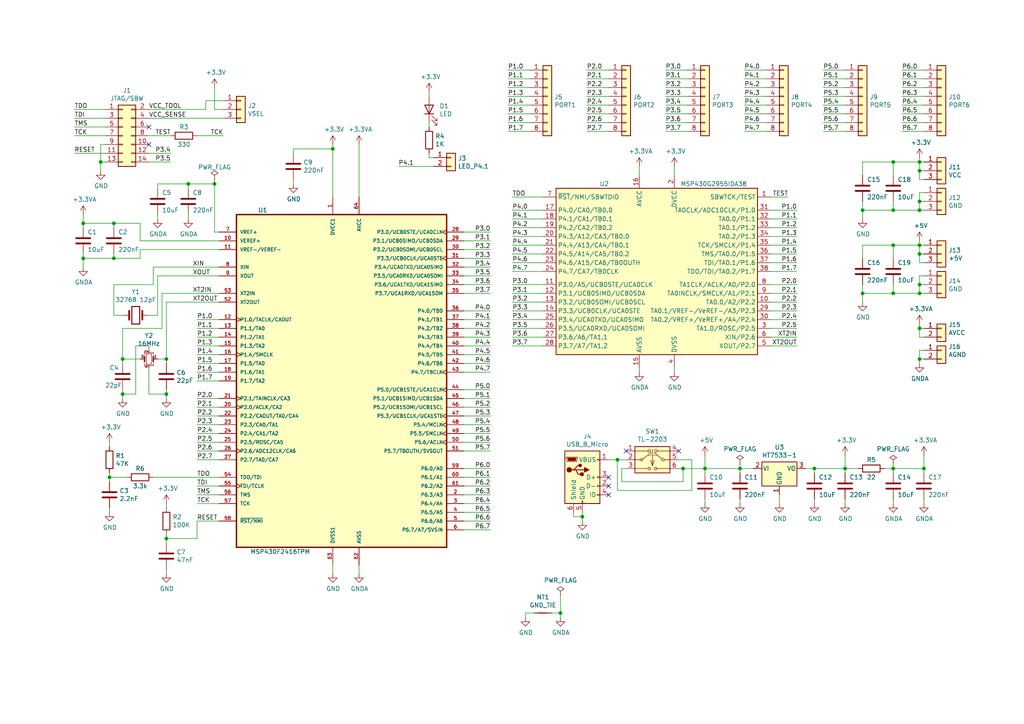
<source format=kicad_sch>
(kicad_sch (version 20211123) (generator eeschema)
  (paper "A4")
  (title_block (title "MSP430 F1611 + G2855 Proto board") (date "2021-08-14") (rev "1.1") (company "Mathias Gruber"))
  (junction (at 198.12 135.89))
  (junction (at 179.07 133.35))
  (junction (at 48.26 156.21))
  (junction (at 31.75 138.43))
  (junction (at 266.7 58.42))
  (junction (at 48.26 114.3))
  (junction (at 259.08 46.99))
  (junction (at 62.23 53.34))
  (junction (at 33.02 74.93))
  (junction (at 236.22 135.89))
  (junction (at 54.61 53.34))
  (junction (at 245.11 135.89))
  (junction (at 266.7 46.99))
  (junction (at 33.02 64.77))
  (junction (at 266.7 104.14))
  (junction (at 250.19 85.09))
  (junction (at 266.7 82.55))
  (junction (at 214.63 135.89))
  (junction (at 29.21 46.99))
  (junction (at 266.7 73.66))
  (junction (at 250.19 60.96))
  (junction (at 266.7 71.12))
  (junction (at 162.56 177.8))
  (junction (at 267.97 135.89))
  (junction (at 24.13 74.93))
  (junction (at 96.52 43.18))
  (junction (at 204.47 135.89))
  (junction (at 35.56 104.14))
  (junction (at 168.91 149.86))
  (junction (at 266.7 85.09))
  (junction (at 48.26 104.14))
  (junction (at 259.08 85.09))
  (junction (at 259.08 135.89))
  (junction (at 259.08 71.12))
  (junction (at 266.7 60.96))
  (junction (at 259.08 60.96))
  (junction (at 24.13 64.77))
  (junction (at 266.7 49.53))
  (junction (at 35.56 114.3))
  (junction (at 266.7 95.25))
  (no_connect (at 43.18 36.83))
  (no_connect (at 176.53 143.51))
  (no_connect (at 43.18 41.91))
  (no_connect (at 181.61 130.81))
  (no_connect (at 176.53 140.97))
  (no_connect (at 196.85 130.81))
  (no_connect (at 176.53 138.43))
  (wire (pts (xy 153.67 25.4) (xy 147.32 25.4)))
  (wire (pts (xy 33.02 66.04) (xy 33.02 64.77)))
  (wire (pts (xy 85.09 43.18) (xy 96.52 43.18)))
  (wire (pts (xy 166.37 149.86) (xy 168.91 149.86)))
  (wire (pts (xy 223.52 76.2) (xy 231.14 76.2)))
  (wire (pts (xy 124.46 36.83) (xy 124.46 35.56)))
  (wire (pts (xy 35.56 104.14) (xy 40.64 104.14)))
  (wire (pts (xy 157.48 90.17) (xy 148.59 90.17)))
  (wire (pts (xy 157.48 60.96) (xy 148.59 60.96)))
  (wire (pts (xy 176.53 20.32) (xy 170.18 20.32)))
  (wire (pts (xy 153.67 35.56) (xy 147.32 35.56)))
  (wire (pts (xy 267.97 73.66) (xy 266.7 73.66)))
  (wire (pts (xy 267.97 101.6) (xy 266.7 101.6)))
  (wire (pts (xy 267.97 71.12) (xy 266.7 71.12)))
  (wire (pts (xy 33.02 64.77) (xy 24.13 64.77)))
  (wire (pts (xy 134.62 146.05) (xy 142.24 146.05)))
  (wire (pts (xy 44.45 77.47) (xy 44.45 82.55)))
  (wire (pts (xy 198.12 135.89) (xy 196.85 135.89)))
  (wire (pts (xy 223.52 90.17) (xy 231.14 90.17)))
  (wire (pts (xy 266.7 95.25) (xy 266.7 97.79)))
  (wire (pts (xy 176.53 35.56) (xy 170.18 35.56)))
  (wire (pts (xy 267.97 85.09) (xy 266.7 85.09)))
  (wire (pts (xy 30.48 46.99) (xy 29.21 46.99)))
  (wire (pts (xy 63.5 97.79) (xy 57.15 97.79)))
  (wire (pts (xy 63.5 110.49) (xy 57.15 110.49)))
  (wire (pts (xy 46.99 85.09) (xy 46.99 95.25)))
  (wire (pts (xy 54.61 53.34) (xy 62.23 53.34)))
  (wire (pts (xy 134.62 115.57) (xy 142.24 115.57)))
  (wire (pts (xy 134.62 151.13) (xy 142.24 151.13)))
  (wire (pts (xy 245.11 33.02) (xy 238.76 33.02)))
  (wire (pts (xy 44.45 77.47) (xy 63.5 77.47)))
  (wire (pts (xy 48.26 87.63) (xy 48.26 104.14)))
  (wire (pts (xy 45.72 53.34) (xy 45.72 54.61)))
  (wire (pts (xy 35.56 91.44) (xy 33.02 91.44)))
  (wire (pts (xy 45.72 80.01) (xy 63.5 80.01)))
  (wire (pts (xy 245.11 144.78) (xy 245.11 146.05)))
  (wire (pts (xy 104.14 41.91) (xy 104.14 57.15)))
  (wire (pts (xy 204.47 135.89) (xy 214.63 135.89)))
  (wire (pts (xy 153.67 20.32) (xy 147.32 20.32)))
  (wire (pts (xy 179.07 133.35) (xy 181.61 133.35)))
  (wire (pts (xy 29.21 46.99) (xy 29.21 49.53)))
  (wire (pts (xy 176.53 25.4) (xy 170.18 25.4)))
  (wire (pts (xy 168.91 148.59) (xy 168.91 149.86)))
  (wire (pts (xy 63.5 107.95) (xy 57.15 107.95)))
  (wire (pts (xy 250.19 85.09) (xy 250.19 82.55)))
  (wire (pts (xy 124.46 44.45) (xy 124.46 45.72)))
  (wire (pts (xy 245.11 38.1) (xy 238.76 38.1)))
  (wire (pts (xy 199.39 30.48) (xy 193.04 30.48)))
  (wire (pts (xy 266.7 46.99) (xy 259.08 46.99)))
  (wire (pts (xy 30.48 36.83) (xy 21.59 36.83)))
  (wire (pts (xy 134.62 130.81) (xy 142.24 130.81)))
  (wire (pts (xy 176.53 27.94) (xy 170.18 27.94)))
  (wire (pts (xy 199.39 22.86) (xy 193.04 22.86)))
  (wire (pts (xy 59.69 29.21) (xy 64.77 29.21)))
  (wire (pts (xy 266.7 46.99) (xy 266.7 49.53)))
  (wire (pts (xy 134.62 74.93) (xy 142.24 74.93)))
  (wire (pts (xy 43.18 34.29) (xy 64.77 34.29)))
  (wire (pts (xy 160.02 177.8) (xy 162.56 177.8)))
  (wire (pts (xy 29.21 41.91) (xy 29.21 46.99)))
  (wire (pts (xy 63.5 123.19) (xy 57.15 123.19)))
  (wire (pts (xy 245.11 35.56) (xy 238.76 35.56)))
  (wire (pts (xy 134.62 148.59) (xy 142.24 148.59)))
  (wire (pts (xy 181.61 135.89) (xy 180.34 135.89)))
  (wire (pts (xy 125.73 45.72) (xy 124.46 45.72)))
  (wire (pts (xy 33.02 74.93) (xy 24.13 74.93)))
  (wire (pts (xy 267.97 46.99) (xy 266.7 46.99)))
  (wire (pts (xy 266.7 73.66) (xy 266.7 76.2)))
  (wire (pts (xy 267.97 30.48) (xy 261.62 30.48)))
  (wire (pts (xy 63.5 69.85) (xy 40.64 69.85)))
  (wire (pts (xy 40.64 69.85) (xy 40.64 64.77)))
  (wire (pts (xy 134.62 69.85) (xy 142.24 69.85)))
  (wire (pts (xy 63.5 143.51) (xy 57.15 143.51)))
  (wire (pts (xy 222.25 25.4) (xy 215.9 25.4)))
  (wire (pts (xy 185.42 50.8) (xy 185.42 48.26)))
  (wire (pts (xy 134.62 80.01) (xy 142.24 80.01)))
  (wire (pts (xy 256.54 135.89) (xy 259.08 135.89)))
  (wire (pts (xy 63.5 128.27) (xy 57.15 128.27)))
  (wire (pts (xy 223.52 97.79) (xy 231.14 97.79)))
  (wire (pts (xy 266.7 60.96) (xy 259.08 60.96)))
  (wire (pts (xy 259.08 50.8) (xy 259.08 46.99)))
  (wire (pts (xy 267.97 95.25) (xy 266.7 95.25)))
  (wire (pts (xy 236.22 144.78) (xy 236.22 146.05)))
  (wire (pts (xy 267.97 55.88) (xy 266.7 55.88)))
  (wire (pts (xy 43.18 39.37) (xy 49.53 39.37)))
  (wire (pts (xy 222.25 20.32) (xy 215.9 20.32)))
  (wire (pts (xy 153.67 38.1) (xy 147.32 38.1)))
  (wire (pts (xy 157.48 85.09) (xy 148.59 85.09)))
  (wire (pts (xy 259.08 144.78) (xy 259.08 146.05)))
  (wire (pts (xy 40.64 64.77) (xy 33.02 64.77)))
  (wire (pts (xy 134.62 135.89) (xy 142.24 135.89)))
  (wire (pts (xy 48.26 156.21) (xy 48.26 157.48)))
  (wire (pts (xy 267.97 49.53) (xy 266.7 49.53)))
  (wire (pts (xy 223.52 71.12) (xy 231.14 71.12)))
  (wire (pts (xy 134.62 120.65) (xy 142.24 120.65)))
  (wire (pts (xy 267.97 80.01) (xy 266.7 80.01)))
  (wire (pts (xy 259.08 135.89) (xy 267.97 135.89)))
  (wire (pts (xy 62.23 31.75) (xy 62.23 25.4)))
  (wire (pts (xy 267.97 60.96) (xy 266.7 60.96)))
  (wire (pts (xy 134.62 82.55) (xy 142.24 82.55)))
  (wire (pts (xy 31.75 148.59) (xy 31.75 147.32)))
  (wire (pts (xy 157.48 57.15) (xy 148.59 57.15)))
  (wire (pts (xy 54.61 62.23) (xy 54.61 63.5)))
  (wire (pts (xy 245.11 20.32) (xy 238.76 20.32)))
  (wire (pts (xy 199.39 25.4) (xy 193.04 25.4)))
  (wire (pts (xy 267.97 20.32) (xy 261.62 20.32)))
  (wire (pts (xy 24.13 64.77) (xy 24.13 66.04)))
  (wire (pts (xy 63.5 105.41) (xy 57.15 105.41)))
  (wire (pts (xy 134.62 67.31) (xy 142.24 67.31)))
  (wire (pts (xy 45.72 104.14) (xy 48.26 104.14)))
  (wire (pts (xy 157.48 63.5) (xy 148.59 63.5)))
  (wire (pts (xy 199.39 33.02) (xy 193.04 33.02)))
  (wire (pts (xy 134.62 123.19) (xy 142.24 123.19)))
  (wire (pts (xy 214.63 135.89) (xy 214.63 134.62)))
  (wire (pts (xy 223.52 92.71) (xy 231.14 92.71)))
  (wire (pts (xy 134.62 153.67) (xy 142.24 153.67)))
  (wire (pts (xy 267.97 33.02) (xy 261.62 33.02)))
  (wire (pts (xy 30.48 31.75) (xy 21.59 31.75)))
  (wire (pts (xy 48.26 154.94) (xy 48.26 156.21)))
  (wire (pts (xy 24.13 62.23) (xy 24.13 64.77)))
  (wire (pts (xy 267.97 58.42) (xy 266.7 58.42)))
  (wire (pts (xy 43.18 100.33) (xy 43.18 101.6)))
  (wire (pts (xy 157.48 73.66) (xy 148.59 73.66)))
  (wire (pts (xy 199.39 35.56) (xy 193.04 35.56)))
  (wire (pts (xy 259.08 71.12) (xy 250.19 71.12)))
  (wire (pts (xy 59.69 29.21) (xy 59.69 31.75)))
  (wire (pts (xy 63.5 87.63) (xy 48.26 87.63)))
  (wire (pts (xy 63.5 100.33) (xy 57.15 100.33)))
  (wire (pts (xy 63.5 72.39) (xy 40.64 72.39)))
  (wire (pts (xy 124.46 27.94) (xy 124.46 26.67)))
  (wire (pts (xy 63.5 115.57) (xy 57.15 115.57)))
  (wire (pts (xy 214.63 135.89) (xy 218.44 135.89)))
  (wire (pts (xy 266.7 97.79) (xy 267.97 97.79)))
  (wire (pts (xy 62.23 52.07) (xy 62.23 53.34)))
  (wire (pts (xy 266.7 58.42) (xy 266.7 60.96)))
  (wire (pts (xy 214.63 144.78) (xy 214.63 146.05)))
  (wire (pts (xy 267.97 25.4) (xy 261.62 25.4)))
  (wire (pts (xy 199.39 38.1) (xy 193.04 38.1)))
  (wire (pts (xy 44.45 138.43) (xy 63.5 138.43)))
  (wire (pts (xy 134.62 105.41) (xy 142.24 105.41)))
  (wire (pts (xy 204.47 132.08) (xy 204.47 135.89)))
  (wire (pts (xy 43.18 44.45) (xy 49.53 44.45)))
  (wire (pts (xy 63.5 85.09) (xy 46.99 85.09)))
  (wire (pts (xy 222.25 27.94) (xy 215.9 27.94)))
  (wire (pts (xy 196.85 133.35) (xy 200.66 133.35)))
  (wire (pts (xy 63.5 130.81) (xy 57.15 130.81)))
  (wire (pts (xy 48.26 147.32) (xy 48.26 146.05)))
  (wire (pts (xy 266.7 71.12) (xy 259.08 71.12)))
  (wire (pts (xy 223.52 100.33) (xy 231.14 100.33)))
  (wire (pts (xy 30.48 41.91) (xy 29.21 41.91)))
  (wire (pts (xy 185.42 106.68) (xy 185.42 107.95)))
  (wire (pts (xy 266.7 71.12) (xy 266.7 73.66)))
  (wire (pts (xy 31.75 129.54) (xy 31.75 128.27)))
  (wire (pts (xy 259.08 137.16) (xy 259.08 135.89)))
  (wire (pts (xy 85.09 44.45) (xy 85.09 43.18)))
  (wire (pts (xy 223.52 60.96) (xy 231.14 60.96)))
  (wire (pts (xy 267.97 35.56) (xy 261.62 35.56)))
  (wire (pts (xy 57.15 39.37) (xy 64.77 39.37)))
  (wire (pts (xy 222.25 33.02) (xy 215.9 33.02)))
  (wire (pts (xy 168.91 149.86) (xy 168.91 151.13)))
  (wire (pts (xy 157.48 71.12) (xy 148.59 71.12)))
  (wire (pts (xy 180.34 139.7) (xy 198.12 139.7)))
  (wire (pts (xy 35.56 95.25) (xy 35.56 104.14)))
  (wire (pts (xy 259.08 85.09) (xy 250.19 85.09)))
  (wire (pts (xy 153.67 27.94) (xy 147.32 27.94)))
  (wire (pts (xy 134.62 77.47) (xy 142.24 77.47)))
  (wire (pts (xy 134.62 107.95) (xy 142.24 107.95)))
  (wire (pts (xy 64.77 31.75) (xy 62.23 31.75)))
  (wire (pts (xy 223.52 78.74) (xy 231.14 78.74)))
  (wire (pts (xy 162.56 179.07) (xy 162.56 177.8)))
  (wire (pts (xy 62.23 67.31) (xy 63.5 67.31)))
  (wire (pts (xy 157.48 78.74) (xy 148.59 78.74)))
  (wire (pts (xy 250.19 60.96) (xy 250.19 58.42)))
  (wire (pts (xy 200.66 133.35) (xy 200.66 142.24)))
  (wire (pts (xy 223.52 85.09) (xy 231.14 85.09)))
  (wire (pts (xy 222.25 38.1) (xy 215.9 38.1)))
  (wire (pts (xy 31.75 138.43) (xy 36.83 138.43)))
  (wire (pts (xy 267.97 38.1) (xy 261.62 38.1)))
  (wire (pts (xy 157.48 87.63) (xy 148.59 87.63)))
  (wire (pts (xy 157.48 100.33) (xy 148.59 100.33)))
  (wire (pts (xy 259.08 82.55) (xy 259.08 85.09)))
  (wire (pts (xy 63.5 146.05) (xy 57.15 146.05)))
  (wire (pts (xy 204.47 137.16) (xy 204.47 135.89)))
  (wire (pts (xy 176.53 133.35) (xy 179.07 133.35)))
  (wire (pts (xy 259.08 135.89) (xy 259.08 134.62)))
  (wire (pts (xy 63.5 133.35) (xy 57.15 133.35)))
  (wire (pts (xy 223.52 66.04) (xy 231.14 66.04)))
  (wire (pts (xy 223.52 82.55) (xy 231.14 82.55)))
  (wire (pts (xy 44.45 82.55) (xy 33.02 82.55)))
  (wire (pts (xy 96.52 57.15) (xy 96.52 43.18)))
  (wire (pts (xy 134.62 102.87) (xy 142.24 102.87)))
  (wire (pts (xy 199.39 27.94) (xy 193.04 27.94)))
  (wire (pts (xy 35.56 113.03) (xy 35.56 114.3)))
  (wire (pts (xy 266.7 82.55) (xy 266.7 85.09)))
  (wire (pts (xy 204.47 144.78) (xy 204.47 146.05)))
  (wire (pts (xy 134.62 143.51) (xy 142.24 143.51)))
  (wire (pts (xy 226.06 143.51) (xy 226.06 146.05)))
  (wire (pts (xy 236.22 135.89) (xy 245.11 135.89)))
  (wire (pts (xy 267.97 27.94) (xy 261.62 27.94)))
  (wire (pts (xy 134.62 97.79) (xy 142.24 97.79)))
  (wire (pts (xy 176.53 22.86) (xy 170.18 22.86)))
  (wire (pts (xy 266.7 45.72) (xy 266.7 46.99)))
  (wire (pts (xy 62.23 53.34) (xy 62.23 67.31)))
  (wire (pts (xy 266.7 69.85) (xy 266.7 71.12)))
  (wire (pts (xy 245.11 135.89) (xy 245.11 137.16)))
  (wire (pts (xy 259.08 74.93) (xy 259.08 71.12)))
  (wire (pts (xy 134.62 118.11) (xy 142.24 118.11)))
  (wire (pts (xy 259.08 58.42) (xy 259.08 60.96)))
  (wire (pts (xy 266.7 85.09) (xy 259.08 85.09)))
  (wire (pts (xy 266.7 93.98) (xy 266.7 95.25)))
  (wire (pts (xy 54.61 53.34) (xy 45.72 53.34)))
  (wire (pts (xy 39.37 100.33) (xy 39.37 114.3)))
  (wire (pts (xy 63.5 92.71) (xy 57.15 92.71)))
  (wire (pts (xy 266.7 80.01) (xy 266.7 82.55)))
  (wire (pts (xy 57.15 118.11) (xy 63.5 118.11)))
  (wire (pts (xy 223.52 95.25) (xy 231.14 95.25)))
  (wire (pts (xy 63.5 102.87) (xy 57.15 102.87)))
  (wire (pts (xy 176.53 33.02) (xy 170.18 33.02)))
  (wire (pts (xy 63.5 125.73) (xy 57.15 125.73)))
  (wire (pts (xy 157.48 76.2) (xy 148.59 76.2)))
  (wire (pts (xy 134.62 92.71) (xy 142.24 92.71)))
  (wire (pts (xy 104.14 163.83) (xy 104.14 166.37)))
  (wire (pts (xy 40.64 74.93) (xy 33.02 74.93)))
  (wire (pts (xy 166.37 148.59) (xy 166.37 149.86)))
  (wire (pts (xy 157.48 97.79) (xy 148.59 97.79)))
  (wire (pts (xy 259.08 46.99) (xy 250.19 46.99)))
  (wire (pts (xy 223.52 87.63) (xy 231.14 87.63)))
  (wire (pts (xy 45.72 80.01) (xy 45.72 91.44)))
  (wire (pts (xy 134.62 138.43) (xy 142.24 138.43)))
  (wire (pts (xy 245.11 22.86) (xy 238.76 22.86)))
  (wire (pts (xy 96.52 43.18) (xy 96.52 41.91)))
  (wire (pts (xy 245.11 27.94) (xy 238.76 27.94)))
  (wire (pts (xy 134.62 125.73) (xy 142.24 125.73)))
  (wire (pts (xy 48.26 114.3) (xy 48.26 115.57)))
  (wire (pts (xy 134.62 85.09) (xy 142.24 85.09)))
  (wire (pts (xy 236.22 137.16) (xy 236.22 135.89)))
  (wire (pts (xy 250.19 71.12) (xy 250.19 74.93)))
  (wire (pts (xy 31.75 138.43) (xy 31.75 139.7)))
  (wire (pts (xy 245.11 30.48) (xy 238.76 30.48)))
  (wire (pts (xy 153.67 22.86) (xy 147.32 22.86)))
  (wire (pts (xy 30.48 34.29) (xy 21.59 34.29)))
  (wire (pts (xy 266.7 76.2) (xy 267.97 76.2)))
  (wire (pts (xy 43.18 46.99) (xy 49.53 46.99)))
  (wire (pts (xy 157.48 92.71) (xy 148.59 92.71)))
  (wire (pts (xy 198.12 135.89) (xy 204.47 135.89)))
  (wire (pts (xy 43.18 106.68) (xy 43.18 114.3)))
  (wire (pts (xy 222.25 35.56) (xy 215.9 35.56)))
  (wire (pts (xy 24.13 77.47) (xy 24.13 74.93)))
  (wire (pts (xy 267.97 132.08) (xy 267.97 135.89)))
  (wire (pts (xy 35.56 114.3) (xy 35.56 115.57)))
  (wire (pts (xy 267.97 146.05) (xy 267.97 144.78)))
  (wire (pts (xy 54.61 54.61) (xy 54.61 53.34)))
  (wire (pts (xy 43.18 114.3) (xy 48.26 114.3)))
  (wire (pts (xy 176.53 38.1) (xy 170.18 38.1)))
  (wire (pts (xy 267.97 104.14) (xy 266.7 104.14)))
  (wire (pts (xy 157.48 68.58) (xy 148.59 68.58)))
  (wire (pts (xy 266.7 55.88) (xy 266.7 58.42)))
  (wire (pts (xy 48.26 113.03) (xy 48.26 114.3)))
  (wire (pts (xy 266.7 101.6) (xy 266.7 104.14)))
  (wire (pts (xy 134.62 100.33) (xy 142.24 100.33)))
  (wire (pts (xy 134.62 113.03) (xy 142.24 113.03)))
  (wire (pts (xy 259.08 60.96) (xy 250.19 60.96)))
  (wire (pts (xy 48.26 165.1) (xy 48.26 166.37)))
  (wire (pts (xy 245.11 25.4) (xy 238.76 25.4)))
  (wire (pts (xy 63.5 120.65) (xy 57.15 120.65)))
  (wire (pts (xy 250.19 46.99) (xy 250.19 50.8)))
  (wire (pts (xy 134.62 128.27) (xy 142.24 128.27)))
  (wire (pts (xy 39.37 114.3) (xy 35.56 114.3)))
  (wire (pts (xy 223.52 68.58) (xy 231.14 68.58)))
  (wire (pts (xy 223.52 57.15) (xy 228.6 57.15)))
  (wire (pts (xy 195.58 50.8) (xy 195.58 48.26)))
  (wire (pts (xy 43.18 31.75) (xy 59.69 31.75)))
  (wire (pts (xy 134.62 90.17) (xy 142.24 90.17)))
  (wire (pts (xy 236.22 135.89) (xy 233.68 135.89)))
  (wire (pts (xy 245.11 135.89) (xy 248.92 135.89)))
  (wire (pts (xy 57.15 156.21) (xy 48.26 156.21)))
  (wire (pts (xy 30.48 39.37) (xy 21.59 39.37)))
  (wire (pts (xy 245.11 135.89) (xy 245.11 132.08)))
  (wire (pts (xy 35.56 104.14) (xy 35.56 105.41)))
  (wire (pts (xy 267.97 135.89) (xy 267.97 137.16)))
  (wire (pts (xy 24.13 74.93) (xy 24.13 73.66)))
  (wire (pts (xy 39.37 100.33) (xy 43.18 100.33)))
  (wire (pts (xy 179.07 133.35) (xy 179.07 142.24)))
  (wire (pts (xy 223.52 63.5) (xy 231.14 63.5)))
  (wire (pts (xy 152.4 177.8) (xy 152.4 179.07)))
  (wire (pts (xy 134.62 95.25) (xy 142.24 95.25)))
  (wire (pts (xy 199.39 20.32) (xy 193.04 20.32)))
  (wire (pts (xy 214.63 137.16) (xy 214.63 135.89)))
  (wire (pts (xy 162.56 177.8) (xy 162.56 172.72)))
  (wire (pts (xy 96.52 163.83) (xy 96.52 166.37)))
  (wire (pts (xy 57.15 151.13) (xy 57.15 156.21)))
  (wire (pts (xy 222.25 22.86) (xy 215.9 22.86)))
  (wire (pts (xy 250.19 63.5) (xy 250.19 60.96)))
  (wire (pts (xy 48.26 104.14) (xy 48.26 105.41)))
  (wire (pts (xy 198.12 139.7) (xy 198.12 135.89)))
  (wire (pts (xy 157.48 95.25) (xy 148.59 95.25)))
  (wire (pts (xy 223.52 73.66) (xy 231.14 73.66)))
  (wire (pts (xy 125.73 48.26) (xy 115.57 48.26)))
  (wire (pts (xy 176.53 30.48) (xy 170.18 30.48)))
  (wire (pts (xy 222.25 30.48) (xy 215.9 30.48)))
  (wire (pts (xy 31.75 137.16) (xy 31.75 138.43)))
  (wire (pts (xy 33.02 82.55) (xy 33.02 91.44)))
  (wire (pts (xy 134.62 140.97) (xy 142.24 140.97)))
  (wire (pts (xy 154.94 177.8) (xy 152.4 177.8)))
  (wire (pts (xy 195.58 106.68) (xy 195.58 107.95)))
  (wire (pts (xy 33.02 73.66) (xy 33.02 74.93)))
  (wire (pts (xy 153.67 33.02) (xy 147.32 33.02)))
  (wire (pts (xy 40.64 72.39) (xy 40.64 74.93)))
  (wire (pts (xy 157.48 66.04) (xy 148.59 66.04)))
  (wire (pts (xy 134.62 72.39) (xy 142.24 72.39)))
  (wire (pts (xy 267.97 22.86) (xy 261.62 22.86)))
  (wire (pts (xy 85.09 52.07) (xy 85.09 53.34)))
  (wire (pts (xy 200.66 142.24) (xy 179.07 142.24)))
  (wire (pts (xy 266.7 49.53) (xy 266.7 52.07)))
  (wire (pts (xy 63.5 95.25) (xy 57.15 95.25)))
  (wire (pts (xy 30.48 44.45) (xy 21.59 44.45)))
  (wire (pts (xy 45.72 62.23) (xy 45.72 63.5)))
  (wire (pts (xy 267.97 82.55) (xy 266.7 82.55)))
  (wire (pts (xy 157.48 82.55) (xy 148.59 82.55)))
  (wire (pts (xy 250.19 87.63) (xy 250.19 85.09)))
  (wire (pts (xy 266.7 52.07) (xy 267.97 52.07)))
  (wire (pts (xy 266.7 105.41) (xy 266.7 104.14)))
  (wire (pts (xy 153.67 30.48) (xy 147.32 30.48)))
  (wire (pts (xy 46.99 95.25) (xy 35.56 95.25)))
  (wire (pts (xy 63.5 140.97) (xy 57.15 140.97)))
  (wire (pts (xy 180.34 135.89) (xy 180.34 139.7)))
  (wire (pts (xy 43.18 91.44) (xy 45.72 91.44)))
  (wire (pts (xy 63.5 151.13) (xy 57.15 151.13)))
  (label "P4.1" (at 142.24 92.71 180))
  (label "XOUT" (at 55.88 80.01 0))
  (label "P2.2" (at 231.14 87.63 180))
  (label "P2.7" (at 57.15 133.35 0))
  (label "P1.0" (at 57.15 92.71 0))
  (label "P4.3" (at 148.59 68.58 0))
  (label "TCK" (at 57.15 146.05 0))
  (label "TCK" (at 64.77 39.37 180))
  (label "P1.5" (at 57.15 105.41 0))
  (label "P2.4" (at 170.18 30.48 0))
  (label "P2.2" (at 170.18 25.4 0))
  (label "P5.5" (at 142.24 125.73 180))
  (label "P4.3" (at 215.9 27.94 0))
  (label "P6.0" (at 261.62 20.32 0))
  (label "TMS" (at 21.59 36.83 0))
  (label "P4.2" (at 215.9 25.4 0))
  (label "P6.4" (at 261.62 30.48 0))
  (label "P3.3" (at 142.24 74.93 180))
  (label "P2.5" (at 57.15 128.27 0))
  (label "P3.5" (at 148.59 95.25 0))
  (label "P6.6" (at 261.62 35.56 0))
  (label "P3.4" (at 193.04 30.48 0))
  (label "P1.3" (at 57.15 100.33 0))
  (label "TDO" (at 57.15 138.43 0))
  (label "P1.4" (at 147.32 30.48 0))
  (label "P4.2" (at 148.59 66.04 0))
  (label "P2.0" (at 57.15 115.57 0))
  (label "P5.0" (at 238.76 20.32 0))
  (label "XT2OUT" (at 55.88 87.63 0))
  (label "TDI" (at 21.59 34.29 0))
  (label "TEST" (at 228.6 57.15 180))
  (label "P3.1" (at 193.04 22.86 0))
  (label "P3.3" (at 148.59 90.17 0))
  (label "P1.6" (at 231.14 76.2 180))
  (label "P3.1" (at 148.59 85.09 0))
  (label "P6.3" (at 142.24 143.51 180))
  (label "P5.7" (at 142.24 130.81 180))
  (label "TDO" (at 148.59 57.15 0))
  (label "P4.3" (at 142.24 97.79 180))
  (label "P6.7" (at 261.62 38.1 0))
  (label "P1.5" (at 231.14 73.66 180))
  (label "P1.4" (at 231.14 71.12 180))
  (label "P3.1" (at 142.24 69.85 180))
  (label "RESET" (at 57.15 151.13 0))
  (label "P1.6" (at 147.32 35.56 0))
  (label "P6.0" (at 142.24 135.89 180))
  (label "P1.2" (at 147.32 25.4 0))
  (label "P2.0" (at 231.14 82.55 180))
  (label "P2.1" (at 231.14 85.09 180))
  (label "P3.0" (at 142.24 67.31 180))
  (label "RESET" (at 21.59 44.45 0))
  (label "VCC_SENSE" (at 43.18 34.29 0))
  (label "P2.5" (at 170.18 33.02 0))
  (label "P1.2" (at 57.15 97.79 0))
  (label "P2.2" (at 57.15 120.65 0))
  (label "P5.3" (at 238.76 27.94 0))
  (label "P4.5" (at 215.9 33.02 0))
  (label "P3.2" (at 142.24 72.39 180))
  (label "P5.2" (at 142.24 118.11 180))
  (label "P6.7" (at 142.24 153.67 180))
  (label "TMS" (at 57.15 143.51 0))
  (label "P5.5" (at 238.76 33.02 0))
  (label "P2.3" (at 170.18 27.94 0))
  (label "P3.4" (at 142.24 77.47 180))
  (label "P1.2" (at 231.14 66.04 180))
  (label "P1.6" (at 57.15 107.95 0))
  (label "P5.4" (at 142.24 123.19 180))
  (label "P4.0" (at 142.24 90.17 180))
  (label "P4.0" (at 148.59 60.96 0))
  (label "P1.0" (at 147.32 20.32 0))
  (label "P6.4" (at 142.24 146.05 180))
  (label "P1.3" (at 231.14 68.58 180))
  (label "P6.5" (at 261.62 33.02 0))
  (label "P6.1" (at 261.62 22.86 0))
  (label "P4.2" (at 142.24 95.25 180))
  (label "P3.0" (at 148.59 82.55 0))
  (label "P5.6" (at 142.24 128.27 180))
  (label "P6.2" (at 261.62 25.4 0))
  (label "P3.5" (at 142.24 80.01 180))
  (label "P5.2" (at 238.76 25.4 0))
  (label "P3.6" (at 148.59 97.79 0))
  (label "P1.3" (at 147.32 27.94 0))
  (label "P4.1" (at 148.59 63.5 0))
  (label "XIN" (at 55.88 77.47 0))
  (label "P3.4" (at 148.59 92.71 0))
  (label "P4.7" (at 148.59 78.74 0))
  (label "P4.1" (at 215.9 22.86 0))
  (label "P4.4" (at 215.9 30.48 0))
  (label "P3.5" (at 193.04 33.02 0))
  (label "P1.7" (at 231.14 78.74 180))
  (label "P5.0" (at 142.24 113.03 180))
  (label "P1.1" (at 57.15 95.25 0))
  (label "P2.4" (at 231.14 92.71 180))
  (label "P1.5" (at 147.32 33.02 0))
  (label "P1.4" (at 57.15 102.87 0))
  (label "P4.4" (at 142.24 100.33 180))
  (label "P5.4" (at 238.76 30.48 0))
  (label "P6.2" (at 142.24 140.97 180))
  (label "P6.1" (at 142.24 138.43 180))
  (label "P6.3" (at 261.62 27.94 0))
  (label "P4.6" (at 148.59 76.2 0))
  (label "P1.7" (at 57.15 110.49 0))
  (label "P3.7" (at 142.24 85.09 180))
  (label "P2.7" (at 170.18 38.1 0))
  (label "P3.4" (at 49.53 44.45 180))
  (label "TDI" (at 57.15 140.97 0))
  (label "P2.0" (at 170.18 20.32 0))
  (label "P2.3" (at 231.14 90.17 180))
  (label "P4.5" (at 142.24 102.87 180))
  (label "P1.1" (at 147.32 22.86 0))
  (label "P1.7" (at 147.32 38.1 0))
  (label "TEST" (at 49.53 39.37 180))
  (label "P2.4" (at 57.15 125.73 0))
  (label "P3.3" (at 193.04 27.94 0))
  (label "P2.1" (at 170.18 22.86 0))
  (label "P5.1" (at 142.24 115.57 180))
  (label "P2.6" (at 57.15 130.81 0))
  (label "P2.5" (at 231.14 95.25 180))
  (label "P4.7" (at 142.24 107.95 180))
  (label "XT2OUT" (at 231.14 100.33 180))
  (label "P3.7" (at 148.59 100.33 0))
  (label "P4.6" (at 215.9 35.56 0))
  (label "XT2IN" (at 55.88 85.09 0))
  (label "P3.0" (at 193.04 20.32 0))
  (label "P4.5" (at 148.59 73.66 0))
  (label "TCK" (at 21.59 39.37 0))
  (label "TDO" (at 21.59 31.75 0))
  (label "P2.3" (at 57.15 123.19 0))
  (label "P6.5" (at 142.24 148.59 180))
  (label "P4.0" (at 215.9 20.32 0))
  (label "P1.1" (at 231.14 63.5 180))
  (label "P1.0" (at 231.14 60.96 180))
  (label "P2.6" (at 170.18 35.56 0))
  (label "P2.1" (at 57.15 118.11 0))
  (label "P5.1" (at 238.76 22.86 0))
  (label "P3.6" (at 142.24 82.55 180))
  (label "P3.2" (at 148.59 87.63 0))
  (label "VCC_TOOL" (at 43.18 31.75 0))
  (label "P4.1" (at 115.57 48.26 0))
  (label "P3.6" (at 193.04 35.56 0))
  (label "P4.6" (at 142.24 105.41 180))
  (label "P6.6" (at 142.24 151.13 180))
  (label "P5.3" (at 142.24 120.65 180))
  (label "P5.7" (at 238.76 38.1 0))
  (label "P3.2" (at 193.04 25.4 0))
  (label "P5.6" (at 238.76 35.56 0))
  (label "P4.7" (at 215.9 38.1 0))
  (label "XT2IN" (at 231.14 97.79 180))
  (label "P4.4" (at 148.59 71.12 0))
  (label "P3.5" (at 49.53 46.99 180))
  (label "P3.7" (at 193.04 38.1 0))
  (symbol (lib_id "MCU_Texas_MSP430:MSP430G2955IDA38") (at 190.5 78.74 0) (unit 1)
    (property "Reference" "U2" (at 175.26 53.34 0))
    (property "Value" "MSP430G2955IDA38" (at 207.01 53.34 0))
    (property "Footprint" "Package_SO:TSSOP-38_6.1x12.5mm_P0.65mm" (effects hide))
    (property "Datasheet" "http://www.ti.com/lit/ds/symlink/msp430g2955.pdf" (effects hide))
  )
  (symbol (lib_id "MSP430F2416TPM:MSP430F2416TPM") (at 100.33 110.49 0) (unit 1)
    (property "Reference" "U1" (at 76.2 60.96 0))
    (property "Value" "MSP430F2416TPM" (at 81.28 160.02 0))
    (property "Footprint" "Package_QFP:LQFP-64_10x10mm_P0.5mm" (effects hide))
  )
  (symbol (lib_id "power:+3.3V") (at 96.52 41.91 0) (unit 1)
    (property "Reference" "#PWR014" (effects hide))
    (property "Value" "+3.3V" (at 96.901 37.5158 0))
  )
  (symbol (lib_id "power:+3.3V") (at 195.58 48.26 0) (unit 1)
    (property "Reference" "#PWR026" (effects hide))
    (property "Value" "+3.3V" (at 195.961 43.8658 0))
  )
  (symbol (lib_id "power:+3.3VA") (at 104.14 41.91 0) (unit 1)
    (property "Reference" "#PWR016" (effects hide))
    (property "Value" "+3.3VA" (at 104.521 37.5158 0))
  )
  (symbol (lib_id "power:+3.3VA") (at 185.42 48.26 0) (unit 1)
    (property "Reference" "#PWR022" (effects hide))
    (property "Value" "+3.3VA" (at 185.801 43.8658 0))
  )
  (symbol (lib_id "power:GND") (at 195.58 107.95 0) (unit 1)
    (property "Reference" "#PWR027" (effects hide))
    (property "Value" "GND" (at 195.707 112.3442 0))
  )
  (symbol (lib_id "power:GND") (at 96.52 166.37 0) (unit 1)
    (property "Reference" "#PWR015" (effects hide))
    (property "Value" "GND" (at 96.647 170.7642 0))
  )
  (symbol (lib_id "power:GNDA") (at 104.14 166.37 0) (unit 1)
    (property "Reference" "#PWR017" (effects hide))
    (property "Value" "GNDA" (at 104.267 170.7642 0))
  )
  (symbol (lib_id "power:GNDA") (at 185.42 107.95 0) (unit 1)
    (property "Reference" "#PWR023" (effects hide))
    (property "Value" "GNDA" (at 185.547 112.3442 0))
  )
  (symbol (lib_id "Device:R") (at 48.26 151.13 0) (unit 1)
    (property "Reference" "R2" (at 50.038 149.9616 0) (effects (justify left)))
    (property "Value" "100K" (at 50.038 152.273 0) (effects (justify left)))
    (property "Footprint" "Resistor_SMD:R_0603_1608Metric_Pad0.98x0.95mm_HandSolder" (effects hide))
    (property "Descr" "±1% 100kΩ ±100ppm/℃ 0.1W 0603 Chip Resistor - Surface Mount ROHS" (effects hide))
    (property "LCSC" "C25803" (effects hide))
  )
  (symbol (lib_id "Connector:USB_B_Micro") (at 168.91 138.43 0) (unit 1)
    (property "Reference" "J4" (at 170.3578 126.5682 0))
    (property "Value" "USB_B_Micro" (at 170.3578 128.8796 0))
    (property "Footprint" "lib:USB_Micro-B_Molex-105017-0001-handsolder" (effects hide))
    (property "LCSC" "C10418" (effects hide))
    (property "Descr" "1 1A 母座 USB - Micro B 5 USB 2.0 SMD USB Connectors ROHS" (effects hide))
  )
  (symbol (lib_id "Device:C") (at 48.26 161.29 0) (unit 1)
    (property "Reference" "C7" (at 51.181 160.1216 0) (effects (justify left)))
    (property "Value" "47nF" (at 51.181 162.433 0) (effects (justify left)))
    (property "Footprint" "Capacitor_SMD:C_0603_1608Metric_Pad1.08x0.95mm_HandSolder" (effects hide))
    (property "LCSC" "C1622" (effects hide))
    (property "Descr" "0603 Multilayer Ceramic Capacitors MLCC - SMD/SMT ROHS" (effects hide))
  )
  (symbol (lib_id "power:GND") (at 48.26 166.37 0) (unit 1)
    (property "Reference" "#PWR010" (effects hide))
    (property "Value" "GND" (at 48.387 170.7642 0))
  )
  (symbol (lib_id "power:+3.3V") (at 48.26 146.05 0) (unit 1)
    (property "Reference" "#PWR09" (effects hide))
    (property "Value" "+3.3V" (at 48.641 141.6558 0))
  )
  (symbol (lib_id "Connector_Generic:Conn_02x07_Odd_Even") (at 35.56 39.37 0) (unit 1)
    (property "Reference" "J1" (at 36.83 26.2382 0))
    (property "Value" "JTAG/SBW" (at 36.83 28.5496 0))
    (property "Footprint" "Connector_IDC:IDC-Header_2x07_P2.54mm_Vertical" (effects hide))
  )
  (symbol (lib_id "power:+5V") (at 204.47 132.08 0) (unit 1)
    (property "Reference" "#PWR024" (effects hide))
    (property "Value" "+5V" (at 204.851 127.6858 0))
  )
  (symbol (lib_id "Connector_Generic:Conn_01x03") (at 69.85 31.75 0) (unit 1)
    (property "Reference" "J2" (at 71.882 30.6832 0) (effects (justify left)))
    (property "Value" "VSEL" (at 71.882 32.9946 0) (effects (justify left)))
    (property "Footprint" "Connector_PinHeader_2.54mm:PinHeader_1x03_P2.54mm_Vertical" (effects hide))
  )
  (symbol (lib_id "power:+3.3V") (at 62.23 25.4 0) (unit 1)
    (property "Reference" "#PWR012" (effects hide))
    (property "Value" "+3.3V" (at 62.611 21.0058 0))
  )
  (symbol (lib_id "Device:C") (at 54.61 58.42 0) (unit 1)
    (property "Reference" "C8" (at 55.88 55.88 0) (effects (justify left)))
    (property "Value" "220nF" (at 55.88 60.96 0) (effects (justify left)))
    (property "Footprint" "Capacitor_SMD:C_0603_1608Metric_Pad1.08x0.95mm_HandSolder" (effects hide))
    (property "LCSC" "C21120" (effects hide))
    (property "Descr" "0603 Multilayer Ceramic Capacitors MLCC - SMD/SMT ROHS" (effects hide))
  )
  (symbol (lib_id "power:GND") (at 29.21 49.53 0) (unit 1)
    (property "Reference" "#PWR03" (effects hide))
    (property "Value" "GND" (at 29.337 53.9242 0))
  )
  (symbol (lib_id "Device:R") (at 53.34 39.37 90) (unit 1)
    (property "Reference" "R3" (at 53.34 36.83 90))
    (property "Value" "330" (at 53.34 41.91 90))
    (property "Footprint" "Resistor_SMD:R_0603_1608Metric_Pad0.98x0.95mm_HandSolder" (effects hide))
    (property "Descr" "0603 Chip Resistor - Surface Mount ROHS" (effects hide))
    (property "LCSC" "C23138" (effects hide))
  )
  (symbol (lib_id "Device:R") (at 31.75 133.35 0) (unit 1)
    (property "Reference" "R1" (at 33.528 132.1816 0) (effects (justify left)))
    (property "Value" "47K" (at 33.528 134.493 0) (effects (justify left)))
    (property "Footprint" "Resistor_SMD:R_0603_1608Metric_Pad0.98x0.95mm_HandSolder" (effects hide))
    (property "Descr" "±1% ±100ppm/℃ 0.1W 47kΩ 0603 Chip Resistor - Surface Mount ROHS" (effects hide))
    (property "LCSC" "C25819" (effects hide))
  )
  (symbol (lib_id "Device:C") (at 31.75 143.51 0) (unit 1)
    (property "Reference" "C3" (at 34.671 142.3416 0) (effects (justify left)))
    (property "Value" "2.2nF" (at 34.671 144.653 0) (effects (justify left)))
    (property "Footprint" "Capacitor_SMD:C_0603_1608Metric_Pad1.08x0.95mm_HandSolder" (effects hide))
    (property "Descr" "X7R 2.2nF ±10% 50V 0603 Multilayer Ceramic Capacitors MLCC - SMD/SMT ROHS" (effects hide))
    (property "LCSC" "C1604" (effects hide))
  )
  (symbol (lib_id "power:+3.3V") (at 31.75 128.27 0) (unit 1)
    (property "Reference" "#PWR04" (effects hide))
    (property "Value" "+3.3V" (at 32.131 123.8758 0))
  )
  (symbol (lib_id "power:GND") (at 31.75 148.59 0) (unit 1)
    (property "Reference" "#PWR05" (effects hide))
    (property "Value" "GND" (at 31.877 152.9842 0))
  )
  (symbol (lib_id "power:GND") (at 168.91 151.13 0) (unit 1)
    (property "Reference" "#PWR021" (effects hide))
    (property "Value" "GND" (at 169.037 155.5242 0))
  )
  (symbol (lib_id "Regulator_Linear:MCP1703A-3302_SOT89") (at 226.06 135.89 0) (unit 1)
    (property "Reference" "U3" (at 226.06 129.7432 0))
    (property "Value" "HT7533-1" (at 226.06 132.0546 0))
    (property "Footprint" "Package_TO_SOT_SMD:SOT-89-3_Handsoldering" (effects hide))
    (property "Datasheet" "http://ww1.microchip.com/downloads/en/DeviceDoc/20005122B.pdf" (effects hide))
    (property "LCSC" "C14289" (effects hide))
    (property "Descr" "SOT-89(SOT-89-3) Linear Voltage Regulators (LDO) ROHS" (effects hide))
  )
  (symbol (lib_id "power:+3.3V") (at 245.11 132.08 0) (unit 1)
    (property "Reference" "#PWR031" (effects hide))
    (property "Value" "+3.3V" (at 245.491 127.6858 0))
  )
  (symbol (lib_id "Device:C") (at 85.09 48.26 0) (unit 1)
    (property "Reference" "C9" (at 88.011 47.0916 0) (effects (justify left)))
    (property "Value" "220nF" (at 88.011 49.403 0) (effects (justify left)))
    (property "Footprint" "Capacitor_SMD:C_0603_1608Metric_Pad1.08x0.95mm_HandSolder" (effects hide))
    (property "LCSC" "C21120" (effects hide))
    (property "Descr" "0603 Multilayer Ceramic Capacitors MLCC - SMD/SMT ROHS" (effects hide))
  )
  (symbol (lib_id "power:GND") (at 85.09 53.34 0) (unit 1)
    (property "Reference" "#PWR013" (effects hide))
    (property "Value" "GND" (at 85.217 57.7342 0))
  )
  (symbol (lib_id "power:GNDA") (at 45.72 63.5 0) (unit 1)
    (property "Reference" "#PWR07" (effects hide))
    (property "Value" "GNDA" (at 45.847 67.8942 0))
  )
  (symbol (lib_id "Device:C") (at 214.63 140.97 0) (unit 1)
    (property "Reference" "C11" (at 215.9 138.43 0) (effects (justify left)))
    (property "Value" "220nF" (at 215.9 143.51 0) (effects (justify left)))
    (property "Footprint" "Capacitor_SMD:C_0603_1608Metric_Pad1.08x0.95mm_HandSolder" (effects hide))
    (property "LCSC" "C21120" (effects hide))
    (property "Descr" "0603 Multilayer Ceramic Capacitors MLCC - SMD/SMT ROHS" (effects hide))
  )
  (symbol (lib_id "Device:C") (at 204.47 140.97 0) (unit 1)
    (property "Reference" "C10" (at 205.74 138.43 0) (effects (justify left)))
    (property "Value" "10uF" (at 205.74 143.51 0) (effects (justify left)))
    (property "Footprint" "Capacitor_SMD:C_0603_1608Metric_Pad1.08x0.95mm_HandSolder" (effects hide))
    (property "Descr" "0603 Multilayer Ceramic Capacitors MLCC - SMD/SMT ROHS" (effects hide))
    (property "LCSC" "C19702" (effects hide))
  )
  (symbol (lib_id "Device:C") (at 33.02 69.85 0) (unit 1)
    (property "Reference" "C2" (at 34.29 67.31 0) (effects (justify left)))
    (property "Value" "220nF" (at 34.29 72.39 0) (effects (justify left)))
    (property "Footprint" "Capacitor_SMD:C_0603_1608Metric_Pad1.08x0.95mm_HandSolder" (effects hide))
    (property "LCSC" "C21120" (effects hide))
    (property "Descr" "0603 Multilayer Ceramic Capacitors MLCC - SMD/SMT ROHS" (effects hide))
  )
  (symbol (lib_id "power:+3.3VA") (at 24.13 62.23 0) (unit 1)
    (property "Reference" "#PWR01" (effects hide))
    (property "Value" "+3.3VA" (at 24.511 57.8358 0))
  )
  (symbol (lib_id "power:GNDA") (at 24.13 77.47 0) (unit 1)
    (property "Reference" "#PWR02" (effects hide))
    (property "Value" "GNDA" (at 24.257 81.8642 0))
  )
  (symbol (lib_id "Connector_Generic:Conn_01x08") (at 158.75 27.94 0) (unit 1)
    (property "Reference" "J5" (at 160.782 28.1432 0) (effects (justify left)))
    (property "Value" "PORT1" (at 160.782 30.4546 0) (effects (justify left)))
    (property "Footprint" "Connector_PinHeader_2.54mm:PinHeader_1x08_P2.54mm_Vertical" (effects hide))
  )
  (symbol (lib_id "Device:C") (at 45.72 58.42 0) (unit 1)
    (property "Reference" "C5" (at 46.99 55.88 0) (effects (justify left)))
    (property "Value" "10uF" (at 46.99 60.96 0) (effects (justify left)))
    (property "Footprint" "Capacitor_SMD:C_0603_1608Metric_Pad1.08x0.95mm_HandSolder" (effects hide))
    (property "Descr" "0603 Multilayer Ceramic Capacitors MLCC - SMD/SMT ROHS" (effects hide))
    (property "LCSC" "C19702" (effects hide))
  )
  (symbol (lib_id "power:GNDA") (at 54.61 63.5 0) (unit 1)
    (property "Reference" "#PWR011" (effects hide))
    (property "Value" "GNDA" (at 54.737 67.8942 0))
  )
  (symbol (lib_id "Connector_Generic:Conn_01x08") (at 181.61 27.94 0) (unit 1)
    (property "Reference" "J6" (at 183.642 28.1432 0) (effects (justify left)))
    (property "Value" "PORT2" (at 183.642 30.4546 0) (effects (justify left)))
    (property "Footprint" "Connector_PinHeader_2.54mm:PinHeader_1x08_P2.54mm_Vertical" (effects hide))
  )
  (symbol (lib_id "Connector_Generic:Conn_01x08") (at 204.47 27.94 0) (unit 1)
    (property "Reference" "J7" (at 206.502 28.1432 0) (effects (justify left)))
    (property "Value" "PORT3" (at 206.502 30.4546 0) (effects (justify left)))
    (property "Footprint" "Connector_PinHeader_2.54mm:PinHeader_1x08_P2.54mm_Vertical" (effects hide))
  )
  (symbol (lib_id "power:GND") (at 226.06 146.05 0) (unit 1)
    (property "Reference" "#PWR029" (effects hide))
    (property "Value" "GND" (at 226.187 150.4442 0))
  )
  (symbol (lib_id "power:GND") (at 214.63 146.05 0) (unit 1)
    (property "Reference" "#PWR028" (effects hide))
    (property "Value" "GND" (at 214.757 150.4442 0))
  )
  (symbol (lib_id "power:GND") (at 204.47 146.05 0) (unit 1)
    (property "Reference" "#PWR025" (effects hide))
    (property "Value" "GND" (at 204.597 150.4442 0))
  )
  (symbol (lib_id "Connector_Generic:Conn_01x08") (at 227.33 27.94 0) (unit 1)
    (property "Reference" "J8" (at 229.362 28.1432 0) (effects (justify left)))
    (property "Value" "PORT4" (at 229.362 30.4546 0) (effects (justify left)))
    (property "Footprint" "Connector_PinHeader_2.54mm:PinHeader_1x08_P2.54mm_Vertical" (effects hide))
  )
  (symbol (lib_id "Connector_Generic:Conn_01x08") (at 250.19 27.94 0) (unit 1)
    (property "Reference" "J9" (at 252.222 28.1432 0) (effects (justify left)))
    (property "Value" "PORT5" (at 252.222 30.4546 0) (effects (justify left)))
    (property "Footprint" "Connector_PinHeader_2.54mm:PinHeader_1x08_P2.54mm_Vertical" (effects hide))
  )
  (symbol (lib_id "Device:C") (at 24.13 69.85 0) (unit 1)
    (property "Reference" "C1" (at 25.4 67.31 0) (effects (justify left)))
    (property "Value" "10uF" (at 25.4 72.39 0) (effects (justify left)))
    (property "Footprint" "Capacitor_SMD:C_0603_1608Metric_Pad1.08x0.95mm_HandSolder" (effects hide))
    (property "Descr" "0603 Multilayer Ceramic Capacitors MLCC - SMD/SMT ROHS" (effects hide))
    (property "LCSC" "C19702" (effects hide))
  )
  (symbol (lib_id "Device:C") (at 236.22 140.97 0) (unit 1)
    (property "Reference" "C12" (at 237.49 138.43 0) (effects (justify left)))
    (property "Value" "10uF" (at 237.49 143.51 0) (effects (justify left)))
    (property "Footprint" "Capacitor_SMD:C_0603_1608Metric_Pad1.08x0.95mm_HandSolder" (effects hide))
    (property "Descr" "0603 Multilayer Ceramic Capacitors MLCC - SMD/SMT ROHS" (effects hide))
    (property "LCSC" "C19702" (effects hide))
  )
  (symbol (lib_id "Device:C") (at 245.11 140.97 0) (unit 1)
    (property "Reference" "C13" (at 246.38 138.43 0) (effects (justify left)))
    (property "Value" "220nF" (at 246.38 143.51 0) (effects (justify left)))
    (property "Footprint" "Capacitor_SMD:C_0603_1608Metric_Pad1.08x0.95mm_HandSolder" (effects hide))
    (property "LCSC" "C21120" (effects hide))
    (property "Descr" "0603 Multilayer Ceramic Capacitors MLCC - SMD/SMT ROHS" (effects hide))
  )
  (symbol (lib_id "power:GND") (at 236.22 146.05 0) (unit 1)
    (property "Reference" "#PWR030" (effects hide))
    (property "Value" "GND" (at 236.347 150.4442 0))
  )
  (symbol (lib_id "power:GND") (at 245.11 146.05 0) (unit 1)
    (property "Reference" "#PWR032" (effects hide))
    (property "Value" "GND" (at 245.237 150.4442 0))
  )
  (symbol (lib_id "Connector_Generic:Conn_01x08") (at 273.05 27.94 0) (unit 1)
    (property "Reference" "J10" (at 275.082 28.1432 0) (effects (justify left)))
    (property "Value" "PORT6" (at 275.082 30.4546 0) (effects (justify left)))
    (property "Footprint" "Connector_PinHeader_2.54mm:PinHeader_1x08_P2.54mm_Vertical" (effects hide))
  )
  (symbol (lib_id "Device:R") (at 124.46 40.64 0) (unit 1)
    (property "Reference" "R4" (at 126.238 39.4716 0) (effects (justify left)))
    (property "Value" "1K" (at 126.238 41.783 0) (effects (justify left)))
    (property "Footprint" "Resistor_SMD:R_0603_1608Metric_Pad0.98x0.95mm_HandSolder" (effects hide))
    (property "Descr" "0603 Chip Resistor - Surface Mount ROHS" (effects hide))
    (property "LCSC" "C21190" (effects hide))
  )
  (symbol (lib_id "Device:LED") (at 124.46 31.75 90) (unit 1)
    (property "Reference" "D1" (at 127.4572 30.7594 90) (effects (justify right)))
    (property "Value" "LED" (at 127.4572 33.0708 90) (effects (justify right)))
    (property "Footprint" "LED_SMD:LED_0603_1608Metric_Pad1.05x0.95mm_HandSolder" (effects hide))
    (property "LCSC" "C72038" (effects hide))
    (property "Descr" "585.5~591.5nm 0603 Light Emitting Diodes (LED) ROHS" (effects hide))
  )
  (symbol (lib_id "Device:Crystal_GND24_Small") (at 43.18 104.14 180) (unit 1)
    (property "Reference" "Y2" (at 43.18 97.3328 0))
    (property "Value" "16MHz" (at 43.18 99.6442 0))
    (property "Footprint" "Crystal:Crystal_SMD_3225-4Pin_3.2x2.5mm_HandSoldering" (effects hide))
    (property "Descr" "SMD3225-4P Crystals ROHS" (effects hide))
    (property "LCSC" "C13738" (effects hide))
  )
  (symbol (lib_id "Device:C") (at 35.56 109.22 0) (unit 1)
    (property "Reference" "C4" (at 31.75 106.68 0) (effects (justify left)))
    (property "Value" "22pF" (at 30.48 111.76 0) (effects (justify left)))
    (property "Footprint" "Capacitor_SMD:C_0603_1608Metric_Pad1.08x0.95mm_HandSolder" (effects hide))
    (property "Descr" "0603 Multilayer Ceramic Capacitors MLCC - SMD/SMT ROHS" (effects hide))
    (property "LCSC" "C1653" (effects hide))
  )
  (symbol (lib_id "Device:C") (at 48.26 109.22 0) (unit 1)
    (property "Reference" "C6" (at 51.181 108.0516 0) (effects (justify left)))
    (property "Value" "22pF" (at 51.181 110.363 0) (effects (justify left)))
    (property "Footprint" "Capacitor_SMD:C_0603_1608Metric_Pad1.08x0.95mm_HandSolder" (effects hide))
    (property "Descr" "0603 Multilayer Ceramic Capacitors MLCC - SMD/SMT ROHS" (effects hide))
    (property "LCSC" "C1653" (effects hide))
  )
  (symbol (lib_id "power:+3.3V") (at 124.46 26.67 0) (unit 1)
    (property "Reference" "#PWR018" (effects hide))
    (property "Value" "+3.3V" (at 124.841 22.2758 0))
  )
  (symbol (lib_id "Device:R") (at 252.73 135.89 90) (unit 1)
    (property "Reference" "R5" (at 252.73 133.35 90))
    (property "Value" "22" (at 252.73 138.43 90))
    (property "Footprint" "Resistor_SMD:R_0603_1608Metric_Pad0.98x0.95mm_HandSolder" (effects hide))
    (property "Descr" "±1% ±200ppm/℃ 0.1W 22Ω 0603 Chip Resistor - Surface Mount ROHS" (effects hide))
    (property "LCSC" "C23345" (effects hide))
  )
  (symbol (lib_id "Device:C") (at 259.08 140.97 0) (unit 1)
    (property "Reference" "C14" (at 260.35 138.43 0) (effects (justify left)))
    (property "Value" "10uF" (at 260.35 143.51 0) (effects (justify left)))
    (property "Footprint" "Capacitor_SMD:C_0603_1608Metric_Pad1.08x0.95mm_HandSolder" (effects hide))
    (property "Descr" "0603 Multilayer Ceramic Capacitors MLCC - SMD/SMT ROHS" (effects hide))
    (property "LCSC" "C19702" (effects hide))
  )
  (symbol (lib_id "Device:C") (at 267.97 140.97 0) (unit 1)
    (property "Reference" "C17" (at 269.24 138.43 0) (effects (justify left)))
    (property "Value" "220nF" (at 269.24 143.51 0) (effects (justify left)))
    (property "Footprint" "Capacitor_SMD:C_0603_1608Metric_Pad1.08x0.95mm_HandSolder" (effects hide))
    (property "LCSC" "C21120" (effects hide))
    (property "Descr" "0603 Multilayer Ceramic Capacitors MLCC - SMD/SMT ROHS" (effects hide))
  )
  (symbol (lib_id "Connector_Generic:Conn_01x02") (at 130.81 45.72 0) (unit 1)
    (property "Reference" "J3" (at 132.842 45.9232 0) (effects (justify left)))
    (property "Value" "LED_P4.1" (at 132.842 48.2346 0) (effects (justify left)))
    (property "Footprint" "Connector_PinHeader_2.54mm:PinHeader_1x02_P2.54mm_Vertical" (effects hide))
  )
  (symbol (lib_id "power:GND") (at 35.56 115.57 0) (unit 1)
    (property "Reference" "#PWR06" (effects hide))
    (property "Value" "GND" (at 35.687 119.9642 0))
  )
  (symbol (lib_id "power:GND") (at 48.26 115.57 0) (unit 1)
    (property "Reference" "#PWR08" (effects hide))
    (property "Value" "GND" (at 48.387 119.9642 0))
  )
  (symbol (lib_id "power:PWR_FLAG") (at 259.08 134.62 0) (unit 1)
    (property "Reference" "#FLG03" (effects hide))
    (property "Value" "PWR_FLAG" (at 259.08 130.2258 0))
  )
  (symbol (lib_id "power:+3.3VA") (at 267.97 132.08 0) (unit 1)
    (property "Reference" "#PWR036" (effects hide))
    (property "Value" "+3.3VA" (at 268.351 127.6858 0))
  )
  (symbol (lib_id "Device:Crystal") (at 39.37 91.44 180) (unit 1)
    (property "Reference" "Y1" (at 39.37 84.6328 0))
    (property "Value" "32768 12pF" (at 39.37 86.9442 0))
    (property "Footprint" "Crystal:Crystal_SMD_G8-2Pin_3.2x1.5mm_HandSoldering" (effects hide))
    (property "Descr" "SMD3215-2P Crystals ROHS" (effects hide))
    (property "LCSC" "C32346" (effects hide))
  )
  (symbol (lib_id "power:GNDA") (at 259.08 146.05 0) (unit 1)
    (property "Reference" "#PWR033" (effects hide))
    (property "Value" "GNDA" (at 259.207 150.4442 0))
  )
  (symbol (lib_id "power:GNDA") (at 267.97 146.05 0) (unit 1)
    (property "Reference" "#PWR037" (effects hide))
    (property "Value" "GNDA" (at 268.097 150.4442 0))
  )
  (symbol (lib_id "MSP_Proto-rescue:Net-Tie_2-Device") (at 157.48 177.8 0) (unit 1)
    (property "Reference" "NT1" (at 157.48 173.2026 0))
    (property "Value" "GND_TIE" (at 157.48 175.514 0))
    (property "Footprint" "NetTie:NetTie-2_THT_Pad0.3mm" (effects hide))
  )
  (symbol (lib_id "power:PWR_FLAG") (at 162.56 172.72 0) (unit 1)
    (property "Reference" "#FLG01" (effects hide))
    (property "Value" "PWR_FLAG" (at 162.56 168.3258 0))
  )
  (symbol (lib_id "power:GND") (at 152.4 179.07 0) (unit 1)
    (property "Reference" "#PWR019" (effects hide))
    (property "Value" "GND" (at 152.527 183.4642 0))
  )
  (symbol (lib_id "power:GNDA") (at 162.56 179.07 0) (unit 1)
    (property "Reference" "#PWR020" (effects hide))
    (property "Value" "GNDA" (at 162.687 183.4642 0))
  )
  (symbol (lib_id "TL-2203:TL-2203") (at 189.23 133.35 0) (unit 1)
    (property "Reference" "SW1" (at 189.23 125.095 0))
    (property "Value" "TL-2203" (at 189.23 127.4064 0))
    (property "Footprint" "lib:TL-2203" (effects hide))
  )
  (symbol (lib_id "power:PWR_FLAG") (at 214.63 134.62 0) (unit 1)
    (property "Reference" "#FLG02" (effects hide))
    (property "Value" "PWR_FLAG" (at 214.63 130.2258 0))
  )
  (symbol (lib_id "Connector_Generic:Conn_01x03") (at 273.05 58.42 0) (unit 1)
    (property "Reference" "J12" (at 275.082 57.3532 0) (effects (justify left)))
    (property "Value" "GND" (at 275.082 59.6646 0) (effects (justify left)))
    (property "Footprint" "Connector_PinHeader_2.54mm:PinHeader_1x03_P2.54mm_Vertical" (effects hide))
  )
  (symbol (lib_id "Connector_Generic:Conn_01x03") (at 273.05 82.55 0) (unit 1)
    (property "Reference" "J14" (at 275.082 81.4832 0) (effects (justify left)))
    (property "Value" "GND" (at 275.082 83.7946 0) (effects (justify left)))
    (property "Footprint" "Connector_PinHeader_2.54mm:PinHeader_1x03_P2.54mm_Vertical" (effects hide))
  )
  (symbol (lib_id "Connector_Generic:Conn_01x03") (at 273.05 49.53 0) (unit 1)
    (property "Reference" "J11" (at 275.082 48.4632 0) (effects (justify left)))
    (property "Value" "VCC" (at 275.082 50.7746 0) (effects (justify left)))
    (property "Footprint" "Connector_PinHeader_2.54mm:PinHeader_1x03_P2.54mm_Vertical" (effects hide))
  )
  (symbol (lib_id "power:GND") (at 250.19 63.5 0) (unit 1)
    (property "Reference" "#PWR034" (effects hide))
    (property "Value" "GND" (at 250.317 67.8942 0))
  )
  (symbol (lib_id "power:GND") (at 250.19 87.63 0) (unit 1)
    (property "Reference" "#PWR035" (effects hide))
    (property "Value" "GND" (at 250.317 92.0242 0))
  )
  (symbol (lib_id "power:+3.3V") (at 266.7 45.72 0) (unit 1)
    (property "Reference" "#PWR038" (effects hide))
    (property "Value" "+3.3V" (at 267.081 41.3258 0))
  )
  (symbol (lib_id "Connector_Generic:Conn_01x02") (at 273.05 95.25 0) (unit 1)
    (property "Reference" "J15" (at 275.082 94.1832 0) (effects (justify left)))
    (property "Value" "AVCC" (at 275.082 96.4946 0) (effects (justify left)))
    (property "Footprint" "Connector_PinHeader_2.54mm:PinHeader_1x02_P2.54mm_Vertical" (effects hide))
  )
  (symbol (lib_id "power:+3.3VA") (at 266.7 93.98 0) (unit 1)
    (property "Reference" "#PWR040" (effects hide))
    (property "Value" "+3.3VA" (at 267.081 89.5858 0))
  )
  (symbol (lib_id "Connector_Generic:Conn_01x03") (at 273.05 73.66 0) (unit 1)
    (property "Reference" "J13" (at 275.082 72.5932 0) (effects (justify left)))
    (property "Value" "+5V" (at 275.082 74.9046 0) (effects (justify left)))
    (property "Footprint" "Connector_PinHeader_2.54mm:PinHeader_1x03_P2.54mm_Vertical" (effects hide))
  )
  (symbol (lib_id "power:+5V") (at 266.7 69.85 0) (unit 1)
    (property "Reference" "#PWR039" (effects hide))
    (property "Value" "+5V" (at 267.081 65.4558 0))
  )
  (symbol (lib_id "Device:C") (at 259.08 54.61 0) (unit 1)
    (property "Reference" "C18" (at 260.35 52.07 0) (effects (justify left)))
    (property "Value" "10uF" (at 260.35 57.15 0) (effects (justify left)))
    (property "Footprint" "Capacitor_SMD:C_0603_1608Metric_Pad1.08x0.95mm_HandSolder" (effects hide))
    (property "Descr" "0603 Multilayer Ceramic Capacitors MLCC - SMD/SMT ROHS" (effects hide))
    (property "LCSC" "C19702" (effects hide))
  )
  (symbol (lib_id "Device:C") (at 250.19 54.61 0) (unit 1)
    (property "Reference" "C15" (at 251.46 52.07 0) (effects (justify left)))
    (property "Value" "220nF" (at 251.46 57.15 0) (effects (justify left)))
    (property "Footprint" "Capacitor_SMD:C_0603_1608Metric_Pad1.08x0.95mm_HandSolder" (effects hide))
    (property "LCSC" "C21120" (effects hide))
    (property "Descr" "0603 Multilayer Ceramic Capacitors MLCC - SMD/SMT ROHS" (effects hide))
  )
  (symbol (lib_id "Device:C") (at 259.08 78.74 0) (unit 1)
    (property "Reference" "C19" (at 260.35 76.2 0) (effects (justify left)))
    (property "Value" "10uF" (at 260.35 81.28 0) (effects (justify left)))
    (property "Footprint" "Capacitor_SMD:C_0603_1608Metric_Pad1.08x0.95mm_HandSolder" (effects hide))
    (property "Descr" "0603 Multilayer Ceramic Capacitors MLCC - SMD/SMT ROHS" (effects hide))
    (property "LCSC" "C19702" (effects hide))
  )
  (symbol (lib_id "Device:C") (at 250.19 78.74 0) (unit 1)
    (property "Reference" "C16" (at 251.46 76.2 0) (effects (justify left)))
    (property "Value" "220nF" (at 251.46 81.28 0) (effects (justify left)))
    (property "Footprint" "Capacitor_SMD:C_0603_1608Metric_Pad1.08x0.95mm_HandSolder" (effects hide))
    (property "LCSC" "C21120" (effects hide))
    (property "Descr" "0603 Multilayer Ceramic Capacitors MLCC - SMD/SMT ROHS" (effects hide))
  )
  (symbol (lib_id "Connector_Generic:Conn_01x02") (at 273.05 101.6 0) (unit 1)
    (property "Reference" "J16" (at 275.082 100.5332 0) (effects (justify left)))
    (property "Value" "AGND" (at 275.082 102.8446 0) (effects (justify left)))
    (property "Footprint" "Connector_PinHeader_2.54mm:PinHeader_1x02_P2.54mm_Vertical" (effects hide))
  )
  (symbol (lib_id "Device:R") (at 40.64 138.43 90) (unit 1)
    (property "Reference" "R6" (at 40.64 135.89 90))
    (property "Value" "3.3k" (at 40.64 140.97 90))
    (property "Footprint" "Resistor_SMD:R_0603_1608Metric_Pad0.98x0.95mm_HandSolder" (effects hide))
    (property "Descr" "3.3kΩ ±1% ±100ppm/℃ 0.1W 0603 Chip Resistor - Surface Mount ROHS" (effects hide))
    (property "LCSC" "C22978" (effects hide))
  )
  (symbol (lib_id "power:GNDA") (at 266.7 105.41 0) (unit 1)
    (property "Reference" "#PWR041" (effects hide))
    (property "Value" "GNDA" (at 266.827 109.8042 0))
  )
  (symbol (lib_id "power:PWR_FLAG") (at 62.23 52.07 0) (unit 1)
    (property "Reference" "#FLG0101" (effects hide))
    (property "Value" "PWR_FLAG" (at 62.23 48.4942 0))
  )
)
</source>
